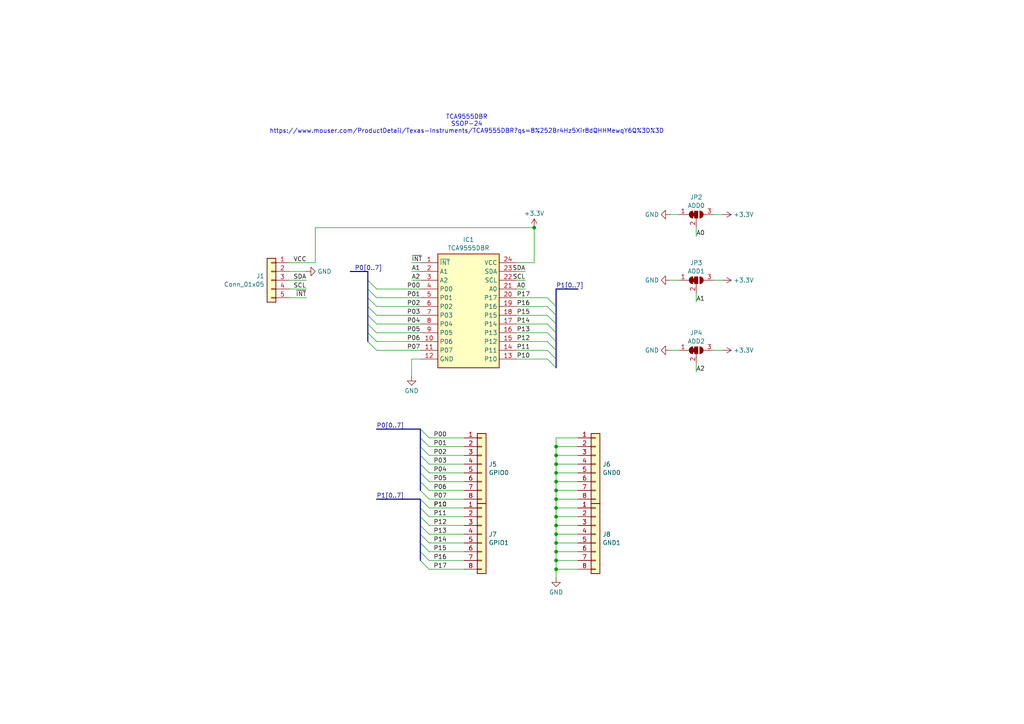
<source format=kicad_sch>
(kicad_sch (version 20231120) (generator "eeschema") (generator_version "8.0")
  (paper "A4")
  (title_block (title "I2C GPIO Expander 16-Bit") (date "2024-03-04") (rev "v1.0"))
  (lib_symbols
    (symbol "Connector_Generic:Conn_01x05" (pin_names (offset 1.016) hide)
      (property "Reference" "J" (at 0 7.62 0))
      (property "Value" "Conn_01x05" (at 0 -7.62 0))
      (symbol "Conn_01x05_1_1"
        (rectangle (start -1.27 -4.953) (end 0 -5.207) (stroke (width 0.1524)))
        (rectangle (start -1.27 -2.413) (end 0 -2.667) (stroke (width 0.1524)))
        (rectangle (start -1.27 0.127) (end 0 -0.127) (stroke (width 0.1524)))
        (rectangle (start -1.27 2.667) (end 0 2.413) (stroke (width 0.1524)))
        (rectangle (start -1.27 5.207) (end 0 4.953) (stroke (width 0.1524)))
        (rectangle (start -1.27 6.35) (end 1.27 -6.35) (stroke (width 0.254)) (fill (type background)))
        (pin passive line (at -5.08 5.08 0) (length 3.81) (name "Pin_1") (number "1"))
        (pin passive line (at -5.08 2.54 0) (length 3.81) (name "Pin_2") (number "2"))
        (pin passive line (at -5.08 0 0) (length 3.81) (name "Pin_3") (number "3"))
        (pin passive line (at -5.08 -2.54 0) (length 3.81) (name "Pin_4") (number "4"))
        (pin passive line (at -5.08 -5.08 0) (length 3.81) (name "Pin_5") (number "5"))
      )
    )
    (symbol "Connector_Generic:Conn_01x08" (pin_names (offset 1.016) hide)
      (property "Reference" "J" (at 0 10.16 0))
      (property "Value" "Conn_01x08" (at 0 -12.7 0))
      (symbol "Conn_01x08_1_1"
        (rectangle (start -1.27 -10.033) (end 0 -10.287) (stroke (width 0.1524)))
        (rectangle (start -1.27 -7.493) (end 0 -7.747) (stroke (width 0.1524)))
        (rectangle (start -1.27 -4.953) (end 0 -5.207) (stroke (width 0.1524)))
        (rectangle (start -1.27 -2.413) (end 0 -2.667) (stroke (width 0.1524)))
        (rectangle (start -1.27 0.127) (end 0 -0.127) (stroke (width 0.1524)))
        (rectangle (start -1.27 2.667) (end 0 2.413) (stroke (width 0.1524)))
        (rectangle (start -1.27 5.207) (end 0 4.953) (stroke (width 0.1524)))
        (rectangle (start -1.27 7.747) (end 0 7.493) (stroke (width 0.1524)))
        (rectangle (start -1.27 8.89) (end 1.27 -11.43) (stroke (width 0.254)) (fill (type background)))
        (pin passive line (at -5.08 7.62 0) (length 3.81) (name "Pin_1") (number "1"))
        (pin passive line (at -5.08 5.08 0) (length 3.81) (name "Pin_2") (number "2"))
        (pin passive line (at -5.08 2.54 0) (length 3.81) (name "Pin_3") (number "3"))
        (pin passive line (at -5.08 0 0) (length 3.81) (name "Pin_4") (number "4"))
        (pin passive line (at -5.08 -2.54 0) (length 3.81) (name "Pin_5") (number "5"))
        (pin passive line (at -5.08 -5.08 0) (length 3.81) (name "Pin_6") (number "6"))
        (pin passive line (at -5.08 -7.62 0) (length 3.81) (name "Pin_7") (number "7"))
        (pin passive line (at -5.08 -10.16 0) (length 3.81) (name "Pin_8") (number "8"))
      )
    )
    (symbol "Jumper:SolderJumper_3_Bridged12" (pin_names (offset 0) hide)
      (property "Reference" "JP" (at -2.54 -2.54 0))
      (property "Value" "SolderJumper_3_Bridged12" (at 0 2.794 0))
      (symbol "SolderJumper_3_Bridged12_0_1"
        (rectangle (start -1.016 0.508) (end -0.508 -0.508) (fill (type outline)))
        (arc (start -1.016 1.016) (mid -2.0276 0) (end -1.016 -1.016))
        (arc (start -1.016 1.016) (mid -2.0276 0) (end -1.016 -1.016) (fill (type outline)))
        (rectangle (start -0.508 1.016) (end 0.508 -1.016) (fill (type outline)))
        (polyline (pts (xy -2.54 0) (xy -2.032 0)))
        (polyline (pts (xy -1.016 1.016) (xy -1.016 -1.016)))
        (polyline (pts (xy 0 -1.27) (xy 0 -1.016)))
        (polyline (pts (xy 1.016 1.016) (xy 1.016 -1.016)))
        (polyline (pts (xy 2.54 0) (xy 2.032 0)))
        (arc (start 1.016 -1.016) (mid 2.0276 0) (end 1.016 1.016))
        (arc (start 1.016 -1.016) (mid 2.0276 0) (end 1.016 1.016) (fill (type outline)))
      )
      (symbol "SolderJumper_3_Bridged12_1_1"
        (pin passive line (at -5.08 0 0) (length 2.54) (name "A") (number "1"))
        (pin passive line (at 0 -3.81 90) (length 2.54) (name "C") (number "2"))
        (pin passive line (at 5.08 0 180) (length 2.54) (name "B") (number "3"))
      )
    )
    (symbol "TCA9555DBR:TCA9555DBR"
      (property "Reference" "IC" (at 24.13 7.62 0))
      (property "Value" "TCA9555DBR" (at 24.13 5.08 0))
      (symbol "TCA9555DBR_1_1"
        (rectangle (start 5.08 2.54) (end 22.86 -30.48) (stroke (width 0.254)) (fill (type background)))
        (pin passive line (at 0 0 0) (length 5.08) (name "~{INT}") (number "1"))
        (pin passive line (at 0 -22.86 0) (length 5.08) (name "P06") (number "10"))
        (pin passive line (at 0 -25.4 0) (length 5.08) (name "P07") (number "11"))
        (pin passive line (at 0 -27.94 0) (length 5.08) (name "GND") (number "12"))
        (pin passive line (at 27.94 -27.94 180) (length 5.08) (name "P10") (number "13"))
        (pin passive line (at 27.94 -25.4 180) (length 5.08) (name "P11") (number "14"))
        (pin passive line (at 27.94 -22.86 180) (length 5.08) (name "P12") (number "15"))
        (pin passive line (at 27.94 -20.32 180) (length 5.08) (name "P13") (number "16"))
        (pin passive line (at 27.94 -17.78 180) (length 5.08) (name "P14") (number "17"))
        (pin passive line (at 27.94 -15.24 180) (length 5.08) (name "P15") (number "18"))
        (pin passive line (at 27.94 -12.7 180) (length 5.08) (name "P16") (number "19"))
        (pin passive line (at 0 -2.54 0) (length 5.08) (name "A1") (number "2"))
        (pin passive line (at 27.94 -10.16 180) (length 5.08) (name "P17") (number "20"))
        (pin passive line (at 27.94 -7.62 180) (length 5.08) (name "A0") (number "21"))
        (pin passive line (at 27.94 -5.08 180) (length 5.08) (name "SCL") (number "22"))
        (pin passive line (at 27.94 -2.54 180) (length 5.08) (name "SDA") (number "23"))
        (pin passive line (at 27.94 0 180) (length 5.08) (name "VCC") (number "24"))
        (pin passive line (at 0 -5.08 0) (length 5.08) (name "A2") (number "3"))
        (pin passive line (at 0 -7.62 0) (length 5.08) (name "P00") (number "4"))
        (pin passive line (at 0 -10.16 0) (length 5.08) (name "P01") (number "5"))
        (pin passive line (at 0 -12.7 0) (length 5.08) (name "P02") (number "6"))
        (pin passive line (at 0 -15.24 0) (length 5.08) (name "P03") (number "7"))
        (pin passive line (at 0 -17.78 0) (length 5.08) (name "P04") (number "8"))
        (pin passive line (at 0 -20.32 0) (length 5.08) (name "P05") (number "9"))
      )
    )
    (symbol "power:+3.3V" (power) (pin_numbers hide) (pin_names (offset 0) hide)
      (property "Value" "+3.3V" (at 0 3.556 0))
      (symbol "+3.3V_0_1"
        (polyline (pts (xy -0.762 1.27) (xy 0 2.54)))
        (polyline (pts (xy 0 0) (xy 0 2.54)))
        (polyline (pts (xy 0 2.54) (xy 0.762 1.27)))
      )
      (symbol "+3.3V_1_1"
        (pin power_in line (at 0 0 90) (length 0) (name "~") (number "1"))
      )
    )
    (symbol "power:GND" (power) (pin_numbers hide) (pin_names (offset 0) hide)
      (property "Value" "GND" (at 0 -3.81 0))
      (symbol "GND_0_1"
        (polyline (pts (xy 0 0) (xy 0 -1.27) (xy 1.27 -1.27) (xy 0 -2.54) (xy -1.27 -1.27) (xy 0 -1.27)))
      )
      (symbol "GND_1_1"
        (pin power_in line (at 0 0 270) (length 0) (name "~") (number "1"))
      )
    )
  )
  (junction (at 161.29 132.08))
  (junction (at 161.29 154.94))
  (junction (at 161.29 142.24))
  (junction (at 161.29 162.56))
  (junction (at 161.29 144.78))
  (junction (at 161.29 134.62))
  (junction (at 161.29 147.32))
  (junction (at 161.29 137.16))
  (junction (at 161.29 129.54))
  (junction (at 161.29 149.86))
  (junction (at 161.29 152.4))
  (junction (at 161.29 165.1))
  (junction (at 154.94 66.04))
  (junction (at 161.29 157.48))
  (junction (at 161.29 160.02))
  (junction (at 161.29 139.7))
  (bus_entry (at 121.92 124.46) (size 2.54 2.54))
  (bus_entry (at 158.75 101.6) (size 2.54 2.54))
  (bus_entry (at 121.92 134.62) (size 2.54 2.54))
  (bus_entry (at 106.68 91.44) (size 2.54 2.54))
  (bus_entry (at 121.92 154.94) (size 2.54 2.54))
  (bus_entry (at 121.92 137.16) (size 2.54 2.54))
  (bus_entry (at 121.92 142.24) (size 2.54 2.54))
  (bus_entry (at 121.92 160.02) (size 2.54 2.54))
  (bus_entry (at 121.92 152.4) (size 2.54 2.54))
  (bus_entry (at 121.92 144.78) (size 2.54 2.54))
  (bus_entry (at 121.92 162.56) (size 2.54 2.54))
  (bus_entry (at 158.75 88.9) (size 2.54 2.54))
  (bus_entry (at 106.68 86.36) (size 2.54 2.54))
  (bus_entry (at 121.92 149.86) (size 2.54 2.54))
  (bus_entry (at 121.92 139.7) (size 2.54 2.54))
  (bus_entry (at 158.75 99.06) (size 2.54 2.54))
  (bus_entry (at 106.68 93.98) (size 2.54 2.54))
  (bus_entry (at 121.92 132.08) (size 2.54 2.54))
  (bus_entry (at 106.68 83.82) (size 2.54 2.54))
  (bus_entry (at 158.75 86.36) (size 2.54 2.54))
  (bus_entry (at 121.92 157.48) (size 2.54 2.54))
  (bus_entry (at 158.75 96.52) (size 2.54 2.54))
  (bus_entry (at 158.75 104.14) (size 2.54 2.54))
  (bus_entry (at 158.75 91.44) (size 2.54 2.54))
  (bus_entry (at 121.92 129.54) (size 2.54 2.54))
  (bus_entry (at 106.68 96.52) (size 2.54 2.54))
  (bus_entry (at 121.92 127) (size 2.54 2.54))
  (bus_entry (at 106.68 88.9) (size 2.54 2.54))
  (bus_entry (at 121.92 147.32) (size 2.54 2.54))
  (bus_entry (at 106.68 81.28) (size 2.54 2.54))
  (bus_entry (at 158.75 93.98) (size 2.54 2.54))
  (bus_entry (at 106.68 99.06) (size 2.54 2.54))
  (wire (pts (xy 161.29 127) (xy 161.29 129.54)))
  (wire (pts (xy 167.64 132.08) (xy 161.29 132.08)))
  (wire (pts (xy 124.46 144.78) (xy 134.62 144.78)))
  (bus (pts (xy 121.92 147.32) (xy 121.92 149.86)))
  (wire (pts (xy 161.29 162.56) (xy 161.29 165.1)))
  (wire (pts (xy 124.46 132.08) (xy 134.62 132.08)))
  (wire (pts (xy 124.46 152.4) (xy 134.62 152.4)))
  (wire (pts (xy 161.29 154.94) (xy 161.29 157.48)))
  (wire (pts (xy 124.46 149.86) (xy 134.62 149.86)))
  (wire (pts (xy 83.82 86.36) (xy 88.9 86.36)))
  (bus (pts (xy 161.29 101.6) (xy 161.29 104.14)))
  (wire (pts (xy 124.46 165.1) (xy 134.62 165.1)))
  (bus (pts (xy 161.29 93.98) (xy 161.29 96.52)))
  (wire (pts (xy 149.86 99.06) (xy 158.75 99.06)))
  (bus (pts (xy 106.68 96.52) (xy 106.68 99.06)))
  (bus (pts (xy 106.68 83.82) (xy 106.68 86.36)))
  (wire (pts (xy 167.64 160.02) (xy 161.29 160.02)))
  (bus (pts (xy 161.29 88.9) (xy 161.29 91.44)))
  (wire (pts (xy 149.86 81.28) (xy 152.4 81.28)))
  (wire (pts (xy 161.29 149.86) (xy 161.29 152.4)))
  (wire (pts (xy 161.29 137.16) (xy 161.29 139.7)))
  (bus (pts (xy 161.29 83.82) (xy 167.64 83.82)))
  (wire (pts (xy 121.92 83.82) (xy 109.22 83.82)))
  (bus (pts (xy 106.68 81.28) (xy 106.68 78.74)))
  (wire (pts (xy 201.93 107.95) (xy 201.93 105.41)))
  (wire (pts (xy 167.64 139.7) (xy 161.29 139.7)))
  (bus (pts (xy 121.92 134.62) (xy 121.92 137.16)))
  (wire (pts (xy 83.82 81.28) (xy 88.9 81.28)))
  (wire (pts (xy 149.86 86.36) (xy 158.75 86.36)))
  (wire (pts (xy 124.46 162.56) (xy 134.62 162.56)))
  (bus (pts (xy 121.92 154.94) (xy 121.92 157.48)))
  (wire (pts (xy 167.64 137.16) (xy 161.29 137.16)))
  (wire (pts (xy 119.38 78.74) (xy 121.92 78.74)))
  (wire (pts (xy 149.86 101.6) (xy 158.75 101.6)))
  (wire (pts (xy 209.55 62.23) (xy 207.01 62.23)))
  (wire (pts (xy 121.92 86.36) (xy 109.22 86.36)))
  (wire (pts (xy 119.38 104.14) (xy 121.92 104.14)))
  (wire (pts (xy 149.86 93.98) (xy 158.75 93.98)))
  (wire (pts (xy 161.29 139.7) (xy 161.29 142.24)))
  (wire (pts (xy 201.93 68.58) (xy 201.93 66.04)))
  (bus (pts (xy 121.92 127) (xy 121.92 129.54)))
  (wire (pts (xy 167.64 152.4) (xy 161.29 152.4)))
  (wire (pts (xy 167.64 154.94) (xy 161.29 154.94)))
  (wire (pts (xy 149.86 96.52) (xy 158.75 96.52)))
  (wire (pts (xy 161.29 132.08) (xy 161.29 134.62)))
  (bus (pts (xy 161.29 96.52) (xy 161.29 99.06)))
  (wire (pts (xy 121.92 93.98) (xy 109.22 93.98)))
  (wire (pts (xy 124.46 142.24) (xy 134.62 142.24)))
  (wire (pts (xy 83.82 76.2) (xy 91.44 76.2)))
  (wire (pts (xy 124.46 160.02) (xy 134.62 160.02)))
  (wire (pts (xy 124.46 134.62) (xy 134.62 134.62)))
  (wire (pts (xy 161.29 144.78) (xy 161.29 147.32)))
  (bus (pts (xy 121.92 132.08) (xy 121.92 134.62)))
  (bus (pts (xy 101.6 78.74) (xy 106.68 78.74)))
  (wire (pts (xy 201.93 87.63) (xy 201.93 85.09)))
  (wire (pts (xy 161.29 157.48) (xy 161.29 160.02)))
  (wire (pts (xy 124.46 127) (xy 134.62 127)))
  (wire (pts (xy 161.29 142.24) (xy 161.29 144.78)))
  (wire (pts (xy 161.29 147.32) (xy 161.29 149.86)))
  (bus (pts (xy 161.29 83.82) (xy 161.29 88.9)))
  (wire (pts (xy 167.64 129.54) (xy 161.29 129.54)))
  (wire (pts (xy 119.38 81.28) (xy 121.92 81.28)))
  (bus (pts (xy 121.92 144.78) (xy 121.92 147.32)))
  (wire (pts (xy 161.29 165.1) (xy 161.29 167.64)))
  (bus (pts (xy 106.68 88.9) (xy 106.68 91.44)))
  (wire (pts (xy 121.92 91.44) (xy 109.22 91.44)))
  (wire (pts (xy 124.46 154.94) (xy 134.62 154.94)))
  (wire (pts (xy 194.31 101.6) (xy 196.85 101.6)))
  (wire (pts (xy 149.86 83.82) (xy 152.4 83.82)))
  (bus (pts (xy 121.92 129.54) (xy 121.92 132.08)))
  (wire (pts (xy 121.92 88.9) (xy 109.22 88.9)))
  (wire (pts (xy 161.29 160.02) (xy 161.29 162.56)))
  (bus (pts (xy 106.68 91.44) (xy 106.68 93.98)))
  (wire (pts (xy 124.46 129.54) (xy 134.62 129.54)))
  (wire (pts (xy 124.46 139.7) (xy 134.62 139.7)))
  (wire (pts (xy 167.64 144.78) (xy 161.29 144.78)))
  (wire (pts (xy 167.64 149.86) (xy 161.29 149.86)))
  (wire (pts (xy 83.82 83.82) (xy 88.9 83.82)))
  (bus (pts (xy 121.92 160.02) (xy 121.92 162.56)))
  (wire (pts (xy 167.64 142.24) (xy 161.29 142.24)))
  (wire (pts (xy 167.64 147.32) (xy 161.29 147.32)))
  (wire (pts (xy 161.29 134.62) (xy 161.29 137.16)))
  (wire (pts (xy 209.55 81.28) (xy 207.01 81.28)))
  (bus (pts (xy 106.68 93.98) (xy 106.68 96.52)))
  (wire (pts (xy 161.29 152.4) (xy 161.29 154.94)))
  (wire (pts (xy 154.94 66.04) (xy 91.44 66.04)))
  (bus (pts (xy 161.29 99.06) (xy 161.29 101.6)))
  (wire (pts (xy 149.86 104.14) (xy 158.75 104.14)))
  (bus (pts (xy 109.22 124.46) (xy 121.92 124.46)))
  (wire (pts (xy 167.64 127) (xy 161.29 127)))
  (wire (pts (xy 119.38 109.22) (xy 119.38 104.14)))
  (wire (pts (xy 167.64 165.1) (xy 161.29 165.1)))
  (wire (pts (xy 154.94 76.2) (xy 149.86 76.2)))
  (bus (pts (xy 121.92 149.86) (xy 121.92 152.4)))
  (wire (pts (xy 149.86 91.44) (xy 158.75 91.44)))
  (wire (pts (xy 121.92 101.6) (xy 109.22 101.6)))
  (bus (pts (xy 121.92 137.16) (xy 121.92 139.7)))
  (bus (pts (xy 106.68 86.36) (xy 106.68 88.9)))
  (wire (pts (xy 154.94 66.04) (xy 154.94 76.2)))
  (wire (pts (xy 161.29 129.54) (xy 161.29 132.08)))
  (wire (pts (xy 149.86 88.9) (xy 158.75 88.9)))
  (wire (pts (xy 209.55 101.6) (xy 207.01 101.6)))
  (wire (pts (xy 167.64 157.48) (xy 161.29 157.48)))
  (wire (pts (xy 91.44 66.04) (xy 91.44 76.2)))
  (bus (pts (xy 106.68 81.28) (xy 106.68 83.82)))
  (bus (pts (xy 161.29 104.14) (xy 161.29 106.68)))
  (bus (pts (xy 121.92 152.4) (xy 121.92 154.94)))
  (wire (pts (xy 119.38 76.2) (xy 121.92 76.2)))
  (wire (pts (xy 167.64 134.62) (xy 161.29 134.62)))
  (bus (pts (xy 121.92 139.7) (xy 121.92 142.24)))
  (wire (pts (xy 83.82 78.74) (xy 88.9 78.74)))
  (wire (pts (xy 121.92 99.06) (xy 109.22 99.06)))
  (wire (pts (xy 124.46 157.48) (xy 134.62 157.48)))
  (wire (pts (xy 167.64 162.56) (xy 161.29 162.56)))
  (wire (pts (xy 194.31 81.28) (xy 196.85 81.28)))
  (bus (pts (xy 109.22 144.78) (xy 121.92 144.78)))
  (bus (pts (xy 121.92 124.46) (xy 121.92 127)))
  (wire (pts (xy 149.86 78.74) (xy 152.4 78.74)))
  (bus (pts (xy 161.29 91.44) (xy 161.29 93.98)))
  (wire (pts (xy 124.46 137.16) (xy 134.62 137.16)))
  (wire (pts (xy 194.31 62.23) (xy 196.85 62.23)))
  (bus (pts (xy 121.92 157.48) (xy 121.92 160.02)))
  (wire (pts (xy 124.46 147.32) (xy 134.62 147.32)))
  (wire (pts (xy 121.92 96.52) (xy 109.22 96.52)))
  (text "TCA9555DBR\nSSOP-24\nhttps://www.mouser.com/ProductDetail/Texas-Instruments/TCA9555DBR?qs=8%252Br4Hz5Xir8dQHHMewqY6Q%3D%3D" (at 135.382 36.068 0) (effects (font (size 1.27 1.27))))
  (label "P13" (at 125.73 154.94 0))
  (label "P16" (at 149.86 88.9 0))
  (label "P04" (at 125.73 137.16 0))
  (label "P05" (at 121.92 96.52 180))
  (label "P06" (at 125.73 142.24 0))
  (label "P05" (at 125.73 139.7 0))
  (label "P03" (at 125.73 134.62 0))
  (label "P17" (at 149.86 86.36 0))
  (label "SCL" (at 85.09 83.82 0))
  (label "P11" (at 149.86 101.6 0))
  (label "P0[0..7]" (at 109.22 124.46 0))
  (label "~{INT}" (at 119.38 76.2 0))
  (label "A2" (at 201.93 107.95 0))
  (label "P14" (at 125.73 157.48 0))
  (label "P03" (at 121.92 91.44 180))
  (label "SCL" (at 152.4 81.28 180))
  (label "P00" (at 125.73 127 0))
  (label "VCC" (at 85.09 76.2 0))
  (label "SDA" (at 85.09 81.28 0))
  (label "P15" (at 125.73 160.02 0))
  (label "A0" (at 201.93 68.58 0))
  (label "P00" (at 121.92 83.82 180))
  (label "P0[0..7]" (at 102.87 78.74 0))
  (label "A0" (at 152.4 83.82 180))
  (label "P07" (at 121.92 101.6 180))
  (label "P17" (at 125.73 165.1 0))
  (label "P02" (at 125.73 132.08 0))
  (label "P06" (at 121.92 99.06 180))
  (label "P15" (at 149.86 91.44 0))
  (label "P12" (at 125.73 152.4 0))
  (label "P1[0..7]" (at 109.22 144.78 0))
  (label "A1" (at 201.93 87.63 0))
  (label "P10" (at 125.73 147.32 0))
  (label "P07" (at 125.73 144.78 0))
  (label "A2" (at 119.38 81.28 0))
  (label "P10" (at 149.86 104.14 0))
  (label "P01" (at 125.73 129.54 0))
  (label "P04" (at 121.92 93.98 180))
  (label "P10" (at 125.73 147.32 0))
  (label "P13" (at 149.86 96.52 0))
  (label "P02" (at 121.92 88.9 180))
  (label "P12" (at 149.86 99.06 0))
  (label "P16" (at 125.73 162.56 0))
  (label "P14" (at 149.86 93.98 0))
  (label "SDA" (at 152.4 78.74 180))
  (label "P01" (at 121.92 86.36 180))
  (label "A1" (at 119.38 78.74 0))
  (label "~{INT}" (at 88.9 86.36 180))
  (label "P1[0..7]" (at 161.29 83.82 0))
  (label "P11" (at 125.73 149.86 0))
  (symbol (lib_id "power:GND") (at 194.31 81.28 270) (unit 1)
    (property "Reference" "#PWR015" (effects (hide yes)))
    (property "Value" "GND" (at 191.1351 81.28 90) (effects (justify right)))
    (property "Description" "Power symbol creates a global label with name \"GND\" , ground" (effects (hide yes)))
  )
  (symbol (lib_id "Jumper:SolderJumper_3_Bridged12") (at 201.93 81.28 0) (unit 1)
    (property "Reference" "JP3" (at 201.93 76.2465 0))
    (property "Value" "ADD1" (at 201.93 78.6708 0))
    (property "Footprint" "Jumper:SolderJumper-3_P1.3mm_Bridged12_Pad1.0x1.5mm_NumberLabels" (effects (hide yes)))
    (property "Description" "3-pole Solder Jumper, pins 1+2 closed/bridged" (effects (hide yes)))
  )
  (symbol (lib_id "power:GND") (at 194.31 62.23 270) (unit 1)
    (property "Reference" "#PWR014" (effects (hide yes)))
    (property "Value" "GND" (at 191.1351 62.23 90) (effects (justify right)))
    (property "Description" "Power symbol creates a global label with name \"GND\" , ground" (effects (hide yes)))
  )
  (symbol (lib_id "Connector_Generic:Conn_01x08") (at 139.7 134.62 0) (unit 1)
    (property "Reference" "J5" (at 141.732 134.6778 0) (effects (justify left)))
    (property "Value" "GPIO0" (at 141.732 137.1021 0) (effects (justify left)))
    (property "Footprint" "Connector_PinSocket_2.54mm:PinSocket_1x08_P2.54mm_Vertical" (effects (hide yes)))
    (property "Description" "Generic connector, single row, 01x08, script generated (kicad-library-utils/schlib/autogen/connector/)" (effects (hide yes)))
  )
  (symbol (lib_id "power:+3.3V") (at 209.55 62.23 270) (unit 1)
    (property "Reference" "#PWR011" (effects (hide yes)))
    (property "Value" "+3.3V" (at 212.725 62.23 90) (effects (justify left)))
    (property "Description" "Power symbol creates a global label with name \"+3.3V\"" (effects (hide yes)))
  )
  (symbol (lib_id "Jumper:SolderJumper_3_Bridged12") (at 201.93 101.6 0) (unit 1)
    (property "Reference" "JP4" (at 201.93 96.5665 0))
    (property "Value" "ADD2" (at 201.93 98.9908 0))
    (property "Footprint" "Jumper:SolderJumper-3_P1.3mm_Bridged12_Pad1.0x1.5mm_NumberLabels" (effects (hide yes)))
    (property "Description" "3-pole Solder Jumper, pins 1+2 closed/bridged" (effects (hide yes)))
  )
  (symbol (lib_id "power:GND") (at 161.29 167.64 0) (unit 1)
    (property "Reference" "#PWR03" (effects (hide yes)))
    (property "Value" "GND" (at 161.29 171.7731 0))
    (property "Description" "Power symbol creates a global label with name \"GND\" , ground" (effects (hide yes)))
  )
  (symbol (lib_id "power:GND") (at 88.9 78.74 90) (unit 1)
    (property "Reference" "#PWR02" (effects (hide yes)))
    (property "Value" "GND" (at 92.075 78.74 90) (effects (justify right)))
    (property "Description" "Power symbol creates a global label with name \"GND\" , ground" (effects (hide yes)))
  )
  (symbol (lib_id "power:+3.3V") (at 209.55 101.6 270) (unit 1)
    (property "Reference" "#PWR013" (effects (hide yes)))
    (property "Value" "+3.3V" (at 212.725 101.6 90) (effects (justify left)))
    (property "Description" "Power symbol creates a global label with name \"+3.3V\"" (effects (hide yes)))
  )
  (symbol (lib_id "power:+3.3V") (at 154.94 66.04 0) (unit 1)
    (property "Reference" "#PWR07" (effects (hide yes)))
    (property "Value" "+3.3V" (at 154.94 61.9069 0))
    (property "Description" "Power symbol creates a global label with name \"+3.3V\"" (effects (hide yes)))
  )
  (symbol (lib_id "power:GND") (at 194.31 101.6 270) (unit 1)
    (property "Reference" "#PWR016" (effects (hide yes)))
    (property "Value" "GND" (at 191.1351 101.6 90) (effects (justify right)))
    (property "Description" "Power symbol creates a global label with name \"GND\" , ground" (effects (hide yes)))
  )
  (symbol (lib_id "Jumper:SolderJumper_3_Bridged12") (at 201.93 62.23 0) (unit 1)
    (property "Reference" "JP2" (at 201.93 57.1965 0))
    (property "Value" "ADD0" (at 201.93 59.6208 0))
    (property "Footprint" "Jumper:SolderJumper-3_P1.3mm_Bridged12_Pad1.0x1.5mm_NumberLabels" (effects (hide yes)))
    (property "Description" "3-pole Solder Jumper, pins 1+2 closed/bridged" (effects (hide yes)))
  )
  (symbol (lib_id "Connector_Generic:Conn_01x08") (at 139.7 154.94 0) (unit 1)
    (property "Reference" "J7" (at 141.732 154.9978 0) (effects (justify left)))
    (property "Value" "GPIO1" (at 141.732 157.4221 0) (effects (justify left)))
    (property "Footprint" "Connector_PinSocket_2.54mm:PinSocket_1x08_P2.54mm_Vertical" (effects (hide yes)))
    (property "Description" "Generic connector, single row, 01x08, script generated (kicad-library-utils/schlib/autogen/connector/)" (effects (hide yes)))
  )
  (symbol (lib_id "power:+3.3V") (at 209.55 81.28 270) (unit 1)
    (property "Reference" "#PWR012" (effects (hide yes)))
    (property "Value" "+3.3V" (at 212.725 81.28 90) (effects (justify left)))
    (property "Description" "Power symbol creates a global label with name \"+3.3V\"" (effects (hide yes)))
  )
  (symbol (lib_id "TCA9555DBR:TCA9555DBR") (at 121.92 76.2 0) (unit 1)
    (property "Reference" "IC1" (at 135.89 69.5155 0))
    (property "Value" "TCA9555DBR" (at 135.89 71.9398 0))
    (property "Footprint" "Parts:SOP65P780X200-24N" (effects (hide yes)))
    (property "Datasheet" "http://www.ti.com/lit/gpn/tca9555" (effects (hide yes)))
    (property "Description" "1.65 to 5.5V 16-Bit I2C and SMBus I/O Expander With Interrupt Output and Configuration Registers" (effects (hide yes)))
    (property "Height" "2" (effects (hide yes)))
    (property "Mouser Part Number" "595-TCA9555DBR" (effects (hide yes)))
    (property "Mouser Price/Stock" "https://www.mouser.co.uk/ProductDetail/Texas-Instruments/TCA9555DBR?qs=8%252Br4Hz5Xir8dQHHMewqY6Q%3D%3D" (effects (hide yes)))
    (property "Manufacturer_Name" "Texas Instruments" (effects (hide yes)))
    (property "Manufacturer_Part_Number" "TCA9555DBR" (effects (hide yes)))
  )
  (symbol (lib_id "Connector_Generic:Conn_01x08") (at 172.72 154.94 0) (unit 1)
    (property "Reference" "J8" (at 174.752 154.9978 0) (effects (justify left)))
    (property "Value" "GND1" (at 174.752 157.4221 0) (effects (justify left)))
    (property "Footprint" "Connector_PinSocket_2.54mm:PinSocket_1x08_P2.54mm_Vertical" (effects (hide yes)))
    (property "Description" "Generic connector, single row, 01x08, script generated (kicad-library-utils/schlib/autogen/connector/)" (effects (hide yes)))
  )
  (symbol (lib_id "Connector_Generic:Conn_01x05") (at 78.74 81.28 0) (mirror y) (unit 1)
    (property "Reference" "J1" (at 76.708 80.0678 0) (effects (justify left)))
    (property "Value" "Conn_01x05" (at 76.708 82.4921 0) (effects (justify left)))
    (property "Footprint" "Connector_PinHeader_2.54mm:PinHeader_1x05_P2.54mm_Horizontal" (effects (hide yes)))
    (property "Description" "Generic connector, single row, 01x05, script generated (kicad-library-utils/schlib/autogen/connector/)" (effects (hide yes)))
  )
  (symbol (lib_id "power:GND") (at 119.38 109.22 0) (unit 1)
    (property "Reference" "#PWR01" (effects (hide yes)))
    (property "Value" "GND" (at 119.38 113.3531 0))
    (property "Description" "Power symbol creates a global label with name \"GND\" , ground" (effects (hide yes)))
  )
  (symbol (lib_id "Connector_Generic:Conn_01x08") (at 172.72 134.62 0) (unit 1)
    (property "Reference" "J6" (at 174.752 134.6778 0) (effects (justify left)))
    (property "Value" "GND0" (at 174.752 137.1021 0) (effects (justify left)))
    (property "Footprint" "Connector_PinSocket_2.54mm:PinSocket_1x08_P2.54mm_Vertical" (effects (hide yes)))
    (property "Description" "Generic connector, single row, 01x08, script generated (kicad-library-utils/schlib/autogen/connector/)" (effects (hide yes)))
  )
)
</source>
